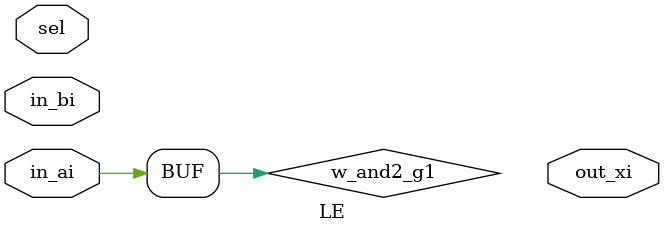
<source format=v>
/*
    "logic extension circuit"
*/

module LE (
            output out_xi,
            input in_ai,
            input in_bi,
            input [2:0] sel
          );
    wire w_not1_and4_g4;
    wire w_not2_and2_g2;
    wire w_not3_and3_g3;
    wire w_not4_and4_g4;
    wire w_and2_g1;
    wire w_and2_g2;
    wire w_and3_g3;
    wire w_and4_g4;
    wire w_or2_g1;

    not not1_and4_g4 (w_not1_and4_g4, sel[2]);
    not not2_and2_g2 (w_not2_and2_g2, sel[0]);
    not not3_and3_g3 (w_not3_and3_g3, sel[1]);
    not not4_and4_g4 (w_not4_and4_g4, in_ai);

    and and2_g1 (w_and2_g1, in_ai);
    and and2_g2 (w_and2_g2, w_not2_and2_g2, in_ai);
    and and3_g3 (w_and3_g3, w_not3_and3_g3, in_ai, in_bi);
    or or2_g1 (w_or2_g1, in_bi, sel[0]);
    and and4_g4 (w_and4_g4, w_not1_and4_g4, w_not4_and4_g4, w_or2_g1, sel[1]);
endmodule

</source>
